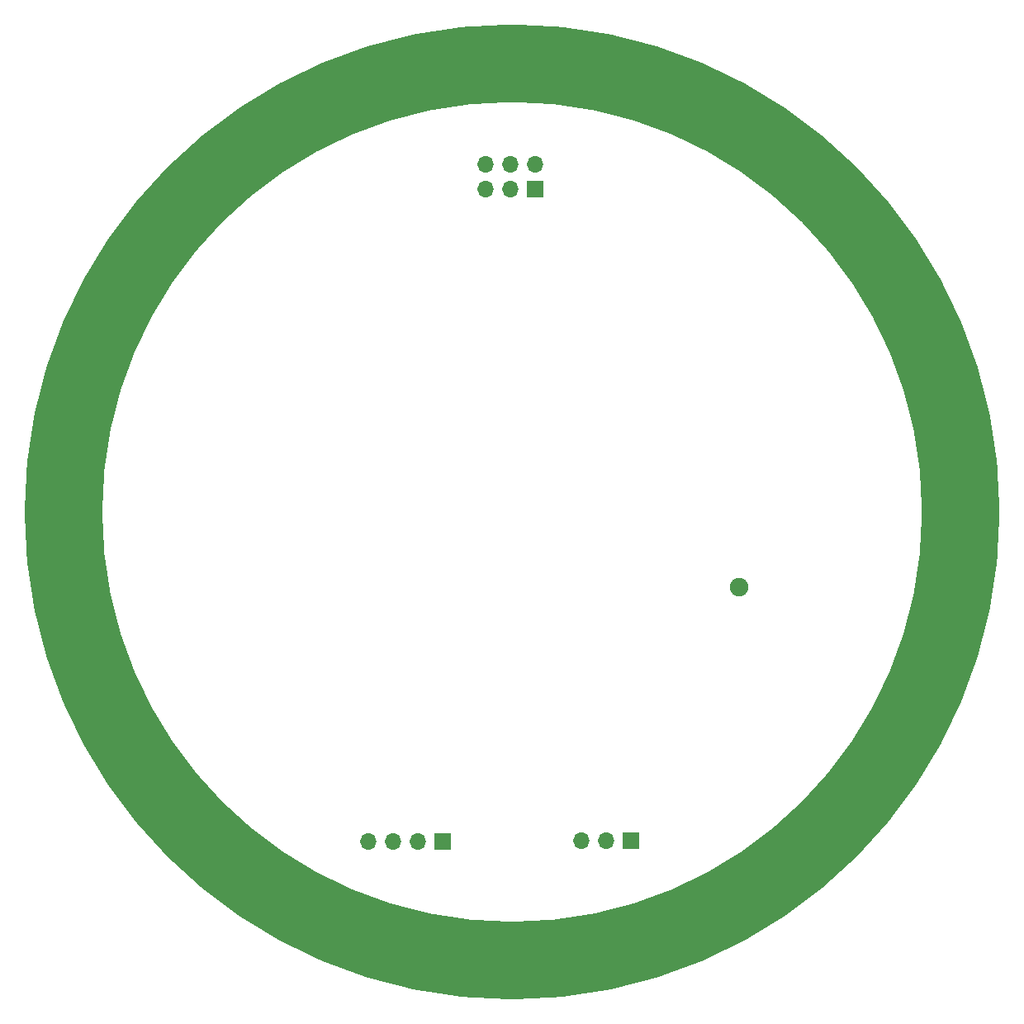
<source format=gbr>
%TF.GenerationSoftware,KiCad,Pcbnew,8.0.4*%
%TF.CreationDate,2024-08-27T18:10:04+01:00*%
%TF.ProjectId,PLAN Badge v4,504c414e-2042-4616-9467-652076342e6b,rev?*%
%TF.SameCoordinates,Original*%
%TF.FileFunction,Soldermask,Bot*%
%TF.FilePolarity,Negative*%
%FSLAX46Y46*%
G04 Gerber Fmt 4.6, Leading zero omitted, Abs format (unit mm)*
G04 Created by KiCad (PCBNEW 8.0.4) date 2024-08-27 18:10:04*
%MOMM*%
%LPD*%
G01*
G04 APERTURE LIST*
%ADD10C,8.000000*%
%ADD11C,1.900000*%
%ADD12R,1.700000X1.700000*%
%ADD13O,1.700000X1.700000*%
G04 APERTURE END LIST*
D10*
X186000003Y-100000000D02*
G75*
G02*
X93999997Y-100000000I-46000003J0D01*
G01*
X93999997Y-100000000D02*
G75*
G02*
X186000003Y-100000000I46000003J0D01*
G01*
D11*
%TO.C,BT1*%
X163266843Y-107683826D03*
%TD*%
D12*
%TO.C,J2*%
X132862695Y-133759197D03*
D13*
X130322695Y-133759197D03*
X127782695Y-133759197D03*
X125242695Y-133759197D03*
%TD*%
D12*
%TO.C,J1*%
X152166695Y-133733812D03*
D13*
X149626695Y-133733812D03*
X147086695Y-133733812D03*
%TD*%
D12*
%TO.C,J3*%
X142387707Y-66931817D03*
D13*
X142387707Y-64391817D03*
X139847707Y-66931817D03*
X139847707Y-64391817D03*
X137307707Y-66931817D03*
X137307707Y-64391817D03*
%TD*%
M02*

</source>
